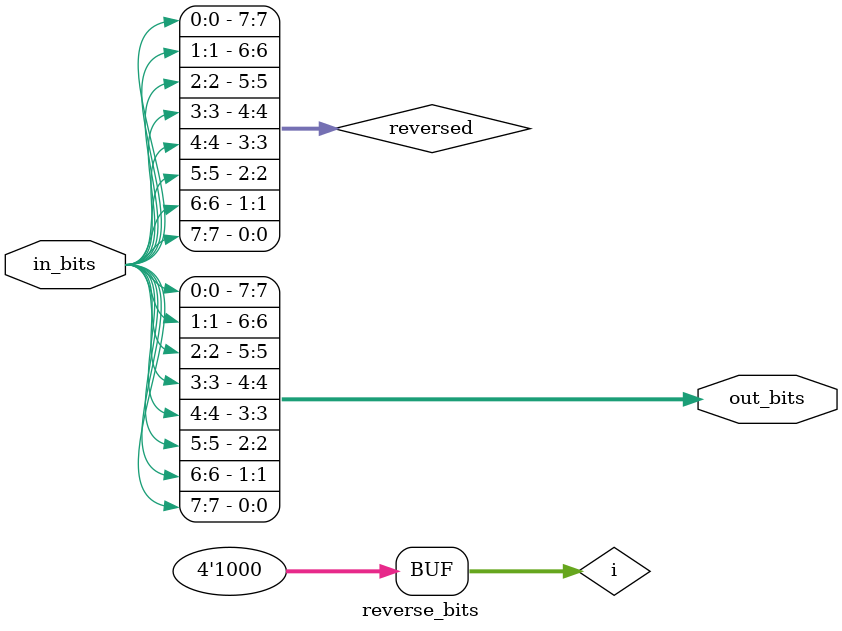
<source format=v>
`timescale 1ns / 1ps


module reverse_bits(
    input [7:0] in_bits,
    output [7:0] out_bits
    );
    
    reg [3:0] i; // counter
    reg  [7:0] reversed;
    
    // mirror bits in wide 8-bit value    
    always @*
    for(i=0; i<8; i=i+1)
        reversed[i] = in_bits[7-i];
    
    assign out_bits = reversed;
   
endmodule

</source>
